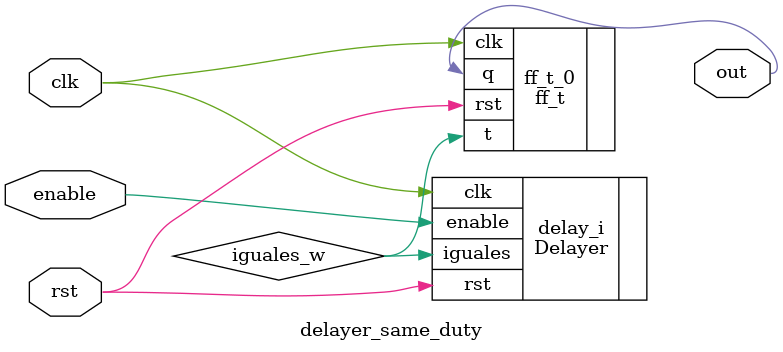
<source format=v>
`timescale 1ns / 1ps


module delayer_same_duty # (parameter width = 27, parameter YY = 100000000)(
    input clk,
    input rst,
    input enable,
    output out
    );
    
    wire iguales_w;
    Delayer # ( .width(width), .YY(YY) ) delay_i ( .clk(clk), .rst(rst), .enable(enable), .iguales(iguales_w) );
    
    ff_t ff_t_0( .clk(clk),.rst(rst),.t(iguales_w),.q(out));
    
     
endmodule

</source>
